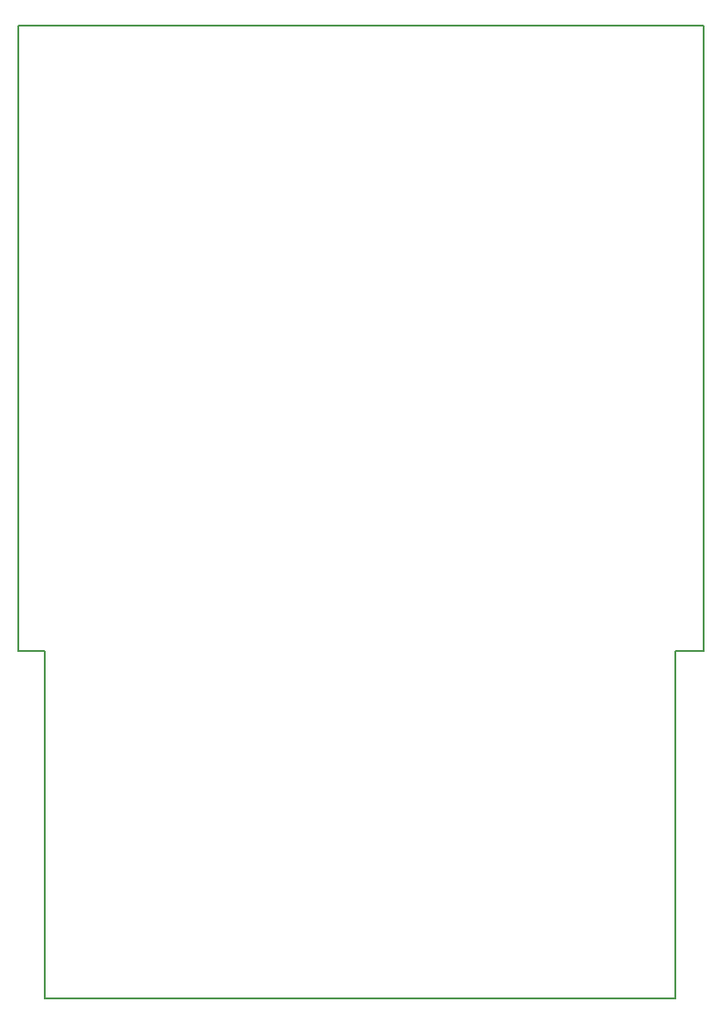
<source format=gbr>
%TF.GenerationSoftware,KiCad,Pcbnew,(5.1.9)-1*%
%TF.CreationDate,2024-11-26T15:48:13-08:00*%
%TF.ProjectId,RADA3K,52414441-334b-42e6-9b69-6361645f7063,rev?*%
%TF.SameCoordinates,Original*%
%TF.FileFunction,Profile,NP*%
%FSLAX46Y46*%
G04 Gerber Fmt 4.6, Leading zero omitted, Abs format (unit mm)*
G04 Created by KiCad (PCBNEW (5.1.9)-1) date 2024-11-26 15:48:13*
%MOMM*%
%LPD*%
G01*
G04 APERTURE LIST*
%TA.AperFunction,Profile*%
%ADD10C,0.150000*%
%TD*%
G04 APERTURE END LIST*
D10*
X55270400Y-140323000D02*
X55270400Y-82382300D01*
X118770400Y-140323000D02*
X118770400Y-82382300D01*
X118770400Y-82382300D02*
X55270400Y-82382300D01*
X116158900Y-142608300D02*
X116158900Y-140322300D01*
X57754900Y-142608300D02*
X57754900Y-140322300D01*
X118770400Y-140323000D02*
X116158900Y-140322300D01*
X57754900Y-140322300D02*
X55270400Y-140323000D01*
%TO.C,J6*%
X57754900Y-172529500D02*
X116158900Y-172529500D01*
X116158900Y-172529500D02*
X116158900Y-142608300D01*
X57754900Y-172529500D02*
X57754900Y-142608300D01*
%TD*%
M02*

</source>
